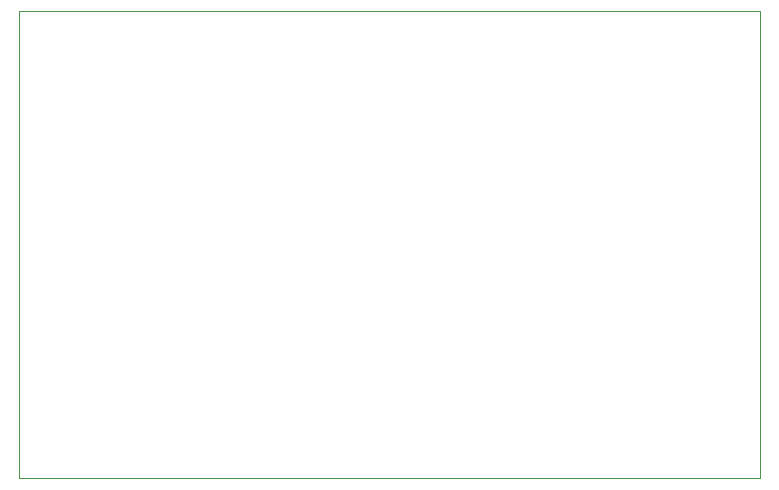
<source format=gbr>
%TF.GenerationSoftware,KiCad,Pcbnew,5.1.12-84ad8e8a86~92~ubuntu20.04.1*%
%TF.CreationDate,2022-01-08T10:03:17+01:00*%
%TF.ProjectId,message_display_interface,6d657373-6167-4655-9f64-6973706c6179,rev?*%
%TF.SameCoordinates,Original*%
%TF.FileFunction,Profile,NP*%
%FSLAX46Y46*%
G04 Gerber Fmt 4.6, Leading zero omitted, Abs format (unit mm)*
G04 Created by KiCad (PCBNEW 5.1.12-84ad8e8a86~92~ubuntu20.04.1) date 2022-01-08 10:03:17*
%MOMM*%
%LPD*%
G01*
G04 APERTURE LIST*
%TA.AperFunction,Profile*%
%ADD10C,0.050000*%
%TD*%
G04 APERTURE END LIST*
D10*
X119750000Y-93000000D02*
X119750000Y-53500000D01*
X182500000Y-93000000D02*
X119750000Y-93000000D01*
X182500000Y-53500000D02*
X182500000Y-93000000D01*
X119750000Y-53500000D02*
X182500000Y-53500000D01*
M02*

</source>
